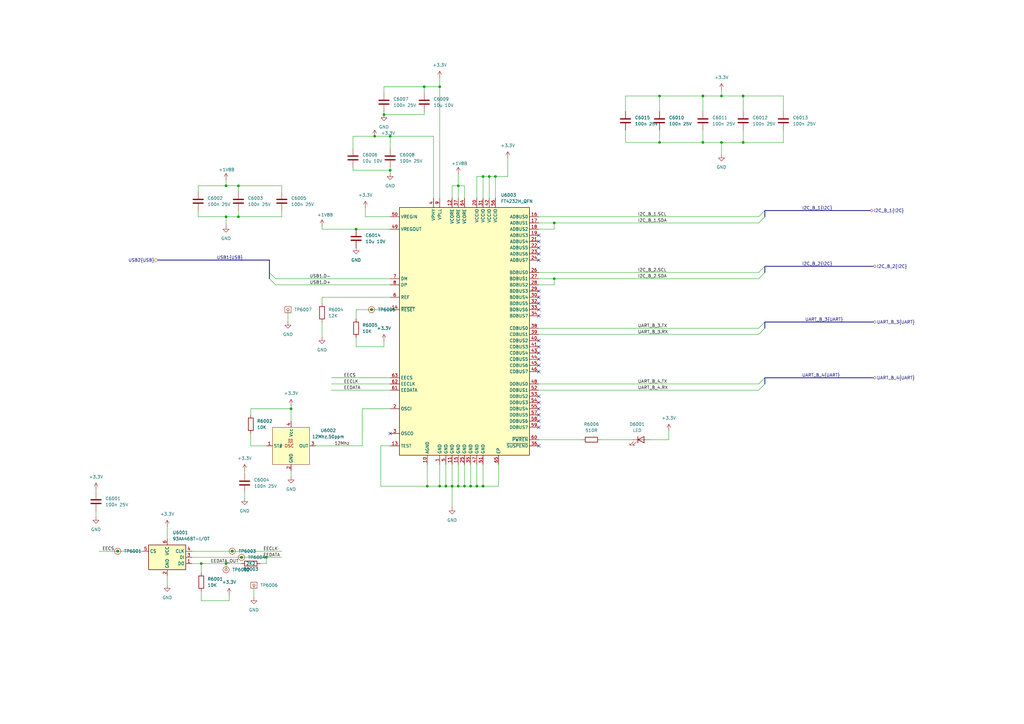
<source format=kicad_sch>
(kicad_sch (version 20231120) (generator "eeschema") (generator_version "8.0")
  (paper "A3")
  (lib_symbols
    (symbol "Device:LED" (pin_numbers hide) (pin_names (offset 1.016) hide)
      (property "Reference" "D" (at 0 2.54 0))
      (property "Value" "LED" (at 0 -2.54 0))
      (symbol "LED_0_1"
        (polyline (pts (xy -1.27 -1.27) (xy -1.27 1.27)) (stroke (width 0.254)))
        (polyline (pts (xy -1.27 0) (xy 1.27 0)))
        (polyline (pts (xy 1.27 -1.27) (xy 1.27 1.27) (xy -1.27 0) (xy 1.27 -1.27)) (stroke (width 0.254)))
        (polyline (pts (xy -3.048 -0.762) (xy -4.572 -2.286) (xy -3.81 -2.286) (xy -4.572 -2.286) (xy -4.572 -1.524)))
        (polyline (pts (xy -1.778 -0.762) (xy -3.302 -2.286) (xy -2.54 -2.286) (xy -3.302 -2.286) (xy -3.302 -1.524)))
      )
      (symbol "LED_1_1"
        (pin passive line (at -3.81 0 0) (length 2.54) (name "K") (number "1"))
        (pin passive line (at 3.81 0 180) (length 2.54) (name "A") (number "2"))
      )
    )
    (symbol "bt_capacitor:C;M;100n;10p;25V;S;0603" (pin_numbers hide) (pin_names (offset 0.254))
      (property "Reference" "C" (at 0.635 2.54 0))
      (property "Value" "100n 25V" (at 4.635 -2.54 0))
      (symbol "C;M;100n;10p;25V;S;0603_0_1"
        (polyline (pts (xy -2.032 -0.762) (xy 2.032 -0.762)) (stroke (width 0.508)))
        (polyline (pts (xy -2.032 0.762) (xy 2.032 0.762)) (stroke (width 0.508)))
      )
      (symbol "C;M;100n;10p;25V;S;0603_1_1"
        (pin passive line (at 0 3.81 270) (length 2.794) (name "~") (number "1"))
        (pin passive line (at 0 -3.81 90) (length 2.794) (name "~") (number "2"))
      )
    )
    (symbol "bt_capacitor:C;M;10u;10p;10V;S;0603" (pin_numbers hide) (pin_names (offset 0.254))
      (property "Reference" "C" (at 0.635 2.54 0))
      (property "Value" "10u 10V" (at 4.635 -2.54 0))
      (symbol "C;M;10u;10p;10V;S;0603_0_1"
        (polyline (pts (xy -2.032 -0.762) (xy 2.032 -0.762)) (stroke (width 0.508)))
        (polyline (pts (xy -2.032 0.762) (xy 2.032 0.762)) (stroke (width 0.508)))
      )
      (symbol "C;M;10u;10p;10V;S;0603_1_1"
        (pin passive line (at 0 3.81 270) (length 2.794) (name "~") (number "1"))
        (pin passive line (at 0 -3.81 90) (length 2.794) (name "~") (number "2"))
      )
    )
    (symbol "bt_communication:FT4232H_QFN"
      (property "Reference" "U" (at -26.67 53.34 0))
      (property "Value" "FT4232H_QFN" (at 19.05 53.34 0))
      (symbol "FT4232H_QFN_0_1"
        (rectangle (start -26.67 -49.53) (end 26.67 52.07) (stroke (width 0.254)) (fill (type background)))
      )
      (symbol "FT4232H_QFN_1_1"
        (pin power_in line (at -10.16 -53.34 90) (length 3.81) (name "GND") (number "1"))
        (pin power_in line (at -15.24 -53.34 90) (length 3.81) (name "AGND") (number "10"))
        (pin power_in line (at -5.08 -53.34 90) (length 3.81) (name "GND") (number "11"))
        (pin power_in line (at -5.08 55.88 270) (length 3.81) (name "VCORE") (number "12"))
        (pin input line (at -30.48 -45.72 0) (length 3.81) (name "TEST") (number "13"))
        (pin input line (at -30.48 10.16 0) (length 3.81) (name "~{RESET}") (number "14"))
        (pin power_in line (at -2.54 -53.34 90) (length 3.81) (name "GND") (number "15"))
        (pin bidirectional line (at 30.48 48.26 180) (length 3.81) (name "ADBUS0") (number "16"))
        (pin bidirectional line (at 30.48 45.72 180) (length 3.81) (name "ADBUS1") (number "17"))
        (pin bidirectional line (at 30.48 43.18 180) (length 3.81) (name "ADBUS2") (number "18"))
        (pin bidirectional line (at 30.48 40.64 180) (length 3.81) (name "ADBUS3") (number "19"))
        (pin input line (at -30.48 -30.48 0) (length 3.81) (name "OSCI") (number "2"))
        (pin power_in line (at 5.08 55.88 270) (length 3.81) (name "VCCIO") (number "20"))
        (pin bidirectional line (at 30.48 38.1 180) (length 3.81) (name "ADBUS4") (number "21"))
        (pin bidirectional line (at 30.48 35.56 180) (length 3.81) (name "ADBUS5") (number "22"))
        (pin bidirectional line (at 30.48 33.02 180) (length 3.81) (name "ADBUS6") (number "23"))
        (pin bidirectional line (at 30.48 30.48 180) (length 3.81) (name "ADBUS7") (number "24"))
        (pin power_in line (at 0 -53.34 90) (length 3.81) (name "GND") (number "25"))
        (pin bidirectional line (at 30.48 25.4 180) (length 3.81) (name "BDBUS0") (number "26"))
        (pin bidirectional line (at 30.48 22.86 180) (length 3.81) (name "BDBUS1") (number "27"))
        (pin bidirectional line (at 30.48 20.32 180) (length 3.81) (name "BDBUS2") (number "28"))
        (pin bidirectional line (at 30.48 17.78 180) (length 3.81) (name "BDBUS3") (number "29"))
        (pin output line (at -30.48 -40.64 0) (length 3.81) (name "OSCO") (number "3"))
        (pin bidirectional line (at 30.48 15.24 180) (length 3.81) (name "BDBUS4") (number "30"))
        (pin power_in line (at 7.62 55.88 270) (length 3.81) (name "VCCIO") (number "31"))
        (pin bidirectional line (at 30.48 12.7 180) (length 3.81) (name "BDBUS5") (number "32"))
        (pin bidirectional line (at 30.48 10.16 180) (length 3.81) (name "BDBUS6") (number "33"))
        (pin bidirectional line (at 30.48 7.62 180) (length 3.81) (name "BDBUS7") (number "34"))
        (pin power_in line (at 2.54 -53.34 90) (length 3.81) (name "GND") (number "35"))
        (pin output line (at 30.48 -45.72 180) (length 3.81) (name "~{SUSPEND}") (number "36"))
        (pin power_in line (at -2.54 55.88 270) (length 3.81) (name "VCORE") (number "37"))
        (pin bidirectional line (at 30.48 2.54 180) (length 3.81) (name "CDBUS0") (number "38"))
        (pin bidirectional line (at 30.48 0 180) (length 3.81) (name "CDBUS1") (number "39"))
        (pin power_in line (at -12.7 55.88 270) (length 3.81) (name "VPHY") (number "4"))
        (pin bidirectional line (at 30.48 -2.54 180) (length 3.81) (name "CDBUS2") (number "40"))
        (pin bidirectional line (at 30.48 -5.08 180) (length 3.81) (name "CDBUS3") (number "41"))
        (pin power_in line (at 10.16 55.88 270) (length 3.81) (name "VCCIO") (number "42"))
        (pin bidirectional line (at 30.48 -7.62 180) (length 3.81) (name "CDBUS4") (number "43"))
        (pin bidirectional line (at 30.48 -10.16 180) (length 3.81) (name "CDBUS5") (number "44"))
        (pin bidirectional line (at 30.48 -12.7 180) (length 3.81) (name "CDBUS6") (number "45"))
        (pin bidirectional line (at 30.48 -15.24 180) (length 3.81) (name "CDBUS7") (number "46"))
        (pin power_in line (at 5.08 -53.34 90) (length 3.81) (name "GND") (number "47"))
        (pin bidirectional line (at 30.48 -20.32 180) (length 3.81) (name "DDBUS0") (number "48"))
        (pin power_out line (at -30.48 43.18 0) (length 3.81) (name "VREGOUT") (number "49"))
        (pin power_in line (at -7.62 -53.34 90) (length 3.81) (name "GND") (number "5"))
        (pin power_in line (at -30.48 48.26 0) (length 3.81) (name "VREGIN") (number "50"))
        (pin power_in line (at 7.62 -53.34 90) (length 3.81) (name "GND") (number "51"))
        (pin bidirectional line (at 30.48 -22.86 180) (length 3.81) (name "DDBUS1") (number "52"))
        (pin bidirectional line (at 30.48 -25.4 180) (length 3.81) (name "DDBUS2") (number "53"))
        (pin bidirectional line (at 30.48 -27.94 180) (length 3.81) (name "DDBUS3") (number "54"))
        (pin bidirectional line (at 30.48 -30.48 180) (length 3.81) (name "DDBUS4") (number "55"))
        (pin power_in line (at 12.7 55.88 270) (length 3.81) (name "VCCIO") (number "56"))
        (pin bidirectional line (at 30.48 -33.02 180) (length 3.81) (name "DDBUS5") (number "57"))
        (pin bidirectional line (at 30.48 -35.56 180) (length 3.81) (name "DDBUS6") (number "58"))
        (pin bidirectional line (at 30.48 -38.1 180) (length 3.81) (name "DDBUS7") (number "59"))
        (pin input line (at -30.48 15.24 0) (length 3.81) (name "REF") (number "6"))
        (pin output line (at 30.48 -43.18 180) (length 3.81) (name "~{PWREN}") (number "60"))
        (pin bidirectional line (at -30.48 -22.86 0) (length 3.81) (name "EEDATA") (number "61"))
        (pin output line (at -30.48 -20.32 0) (length 3.81) (name "EECLK") (number "62"))
        (pin output line (at -30.48 -17.78 0) (length 3.81) (name "EECS") (number "63"))
        (pin power_in line (at 0 55.88 270) (length 3.81) (name "VCORE") (number "64"))
        (pin power_in line (at 13.97 -53.34 90) (length 3.81) (name "EP") (number "65"))
        (pin bidirectional line (at -30.48 22.86 0) (length 3.81) (name "DM") (number "7"))
        (pin bidirectional line (at -30.48 20.32 0) (length 3.81) (name "DP") (number "8"))
        (pin power_in line (at -10.16 55.88 270) (length 3.81) (name "VPLL") (number "9"))
      )
    )
    (symbol "bt_memory:93AA46BT-I/OT"
      (property "Reference" "U" (at -6.35 6.35 0))
      (property "Value" "93AA46BT-I/OT" (at 7.62 -6.35 0))
      (symbol "93AA46BT-I/OT_0_1"
        (rectangle (start -7.62 5.08) (end 7.62 -5.08) (stroke (width 0.254)) (fill (type background)))
      )
      (symbol "93AA46BT-I/OT_1_1"
        (pin tri_state line (at 10.16 -2.54 180) (length 2.54) (name "DO") (number "1"))
        (pin power_in line (at 0 -7.62 90) (length 2.54) (name "GND") (number "2"))
        (pin input line (at 10.16 0 180) (length 2.54) (name "DI") (number "3"))
        (pin input line (at 10.16 2.54 180) (length 2.54) (name "CLK") (number "4"))
        (pin input line (at -10.16 2.54 0) (length 2.54) (name "CS") (number "5"))
        (pin power_in line (at 0 7.62 270) (length 2.54) (name "VCC") (number "6"))
      )
    )
    (symbol "bt_misc:TestPoint_SQU" (pin_numbers hide) (pin_names (offset 0.762) hide)
      (property "Reference" "TP" (at 0 3.81 0))
      (symbol "TestPoint_SQU_0_1"
        (rectangle (start -1.27 1.27) (end 1.27 -1.27))
        (circle (center 0 0) (radius 0.508) (fill (type background)))
      )
      (symbol "TestPoint_SQU_1_1"
        (pin passive line (at 0 0 90) (length 0) (name "1") (number "1"))
      )
    )
    (symbol "bt_misc:TestPoint_THD" (pin_numbers hide) (pin_names (offset 0.762) hide)
      (property "Reference" "TP" (at 0 3.81 0))
      (symbol "TestPoint_THD_0_1"
        (circle (center 0 0) (radius 0.508) (fill (type background)))
        (circle (center 0 0) (radius 1.27))
      )
      (symbol "TestPoint_THD_1_1"
        (pin passive line (at 0 0 90) (length 0) (name "1") (number "1"))
      )
    )
    (symbol "bt_oscillator:OSC;12Mhz;50ppm;3v3;SG3225CAN"
      (property "Reference" "U" (at 0.762 1.27 0))
      (property "Value" "12Mhz,50ppm" (at 14.986 1.27 0))
      (symbol "OSC;12Mhz;50ppm;3v3;SG3225CAN_0_0"
        (pin input line (at -2.54 -7.62 0) (length 2.54) (name "ST#") (number "1"))
      )
      (symbol "OSC;12Mhz;50ppm;3v3;SG3225CAN_0_1"
        (polyline (pts (xy 6.35 -6.35) (xy 6.604 -6.35) (xy 6.604 -4.826) (xy 7.112 -4.826) (xy 7.112 -6.35) (xy 7.62 -6.35) (xy 7.62 -4.826) (xy 8.128 -4.826) (xy 8.128 -6.35) (xy 8.382 -6.35)))
        (rectangle (start 0 0) (end 15.24 -15.24) (fill (type background)))
      )
      (symbol "OSC;12Mhz;50ppm;3v3;SG3225CAN_1_0"
        (pin input line (at 7.62 -17.78 90) (length 2.54) (name "GND") (number "2"))
        (pin output line (at 17.78 -7.62 180) (length 2.54) (name "OUT") (number "3"))
        (pin power_in line (at 7.62 2.54 270) (length 2.54) (name "Vcc") (number "4"))
      )
      (symbol "OSC;12Mhz;50ppm;3v3;SG3225CAN_1_1"
        (text "OSC" (at 6.858 -7.62 0) (effects (font (size 1.27 1.27))))
      )
    )
    (symbol "bt_resistors:R;G;10K;10P0;S;0603" (pin_numbers hide) (pin_names (offset 0))
      (property "Reference" "R" (at 2.032 0 90))
      (property "Value" "10K" (at 0 0 90))
      (symbol "R;G;10K;10P0;S;0603_0_1"
        (rectangle (start -1.016 -2.54) (end 1.016 2.54) (stroke (width 0.254)))
      )
      (symbol "R;G;10K;10P0;S;0603_1_1"
        (pin passive line (at 0 3.81 270) (length 1.27) (name "~") (number "1"))
        (pin passive line (at 0 -3.81 90) (length 1.27) (name "~") (number "2"))
      )
    )
    (symbol "bt_resistors:R;G;12K;10P0;S;0603" (pin_numbers hide) (pin_names (offset 0))
      (property "Reference" "R" (at 2.032 0 90))
      (property "Value" "12K" (at 0 0 90))
      (symbol "R;G;12K;10P0;S;0603_0_1"
        (rectangle (start -1.016 -2.54) (end 1.016 2.54) (stroke (width 0.254)))
      )
      (symbol "R;G;12K;10P0;S;0603_1_1"
        (pin passive line (at 0 3.81 270) (length 1.27) (name "~") (number "1"))
        (pin passive line (at 0 -3.81 90) (length 1.27) (name "~") (number "2"))
      )
    )
    (symbol "bt_resistors:R;G;2K2;10P0;S;0603" (pin_numbers hide) (pin_names (offset 0))
      (property "Reference" "R" (at 2.032 0 90))
      (property "Value" "2K2" (at 0 0 90))
      (symbol "R;G;2K2;10P0;S;0603_0_1"
        (rectangle (start -1.016 -2.54) (end 1.016 2.54) (stroke (width 0.254)))
      )
      (symbol "R;G;2K2;10P0;S;0603_1_1"
        (pin passive line (at 0 3.81 270) (length 1.27) (name "~") (number "1"))
        (pin passive line (at 0 -3.81 90) (length 1.27) (name "~") (number "2"))
      )
    )
    (symbol "bt_resistors:R;G;510R;10P0;S;0603" (pin_numbers hide) (pin_names (offset 0))
      (property "Reference" "R" (at 2.032 0 90))
      (property "Value" "510R" (at 0 0 90))
      (symbol "R;G;510R;10P0;S;0603_0_1"
        (rectangle (start -1.016 -2.54) (end 1.016 2.54) (stroke (width 0.254)))
      )
      (symbol "R;G;510R;10P0;S;0603_1_1"
        (pin passive line (at 0 3.81 270) (length 1.27) (name "~") (number "1"))
        (pin passive line (at 0 -3.81 90) (length 1.27) (name "~") (number "2"))
      )
    )
    (symbol "power:+1V8" (power) (pin_numbers hide) (pin_names (offset 0) hide)
      (property "Value" "+1V8" (at 0 3.556 0))
      (symbol "+1V8_0_1"
        (polyline (pts (xy -0.762 1.27) (xy 0 2.54)))
        (polyline (pts (xy 0 0) (xy 0 2.54)))
        (polyline (pts (xy 0 2.54) (xy 0.762 1.27)))
      )
      (symbol "+1V8_1_1"
        (pin power_in line (at 0 0 90) (length 0) (name "~") (number "1"))
      )
    )
    (symbol "power:+3.3V" (power) (pin_numbers hide) (pin_names (offset 0) hide)
      (property "Value" "+3.3V" (at 0 3.556 0))
      (symbol "+3.3V_0_1"
        (polyline (pts (xy -0.762 1.27) (xy 0 2.54)))
        (polyline (pts (xy 0 0) (xy 0 2.54)))
        (polyline (pts (xy 0 2.54) (xy 0.762 1.27)))
      )
      (symbol "+3.3V_1_1"
        (pin power_in line (at 0 0 90) (length 0) (name "~") (number "1"))
      )
    )
    (symbol "power:GND" (power) (pin_numbers hide) (pin_names (offset 0) hide)
      (property "Value" "GND" (at 0 -3.81 0))
      (symbol "GND_0_1"
        (polyline (pts (xy 0 0) (xy 0 -1.27) (xy 1.27 -1.27) (xy 0 -2.54) (xy -1.27 -1.27) (xy 0 -1.27)))
      )
      (symbol "GND_1_1"
        (pin power_in line (at 0 0 270) (length 0) (name "~") (number "1"))
      )
    )
  )
  (junction (at 152.4 127))
  (junction (at 227.33 114.3))
  (junction (at 157.48 46.99))
  (junction (at 180.34 199.39))
  (junction (at 82.55 231.14))
  (junction (at 109.22 228.6))
  (junction (at 193.04 199.39))
  (junction (at 160.02 55.88))
  (junction (at 288.29 58.42))
  (junction (at 92.71 76.2))
  (junction (at 180.34 35.56))
  (junction (at 198.12 72.39))
  (junction (at 198.12 199.39))
  (junction (at 190.5 199.39))
  (junction (at 187.96 199.39))
  (junction (at 182.88 199.39))
  (junction (at 288.29 39.37))
  (junction (at 203.2 72.39))
  (junction (at 99.06 228.6))
  (junction (at 304.8 58.42))
  (junction (at 146.05 93.98))
  (junction (at 200.66 72.39))
  (junction (at 119.38 167.64))
  (junction (at 195.58 199.39))
  (junction (at 175.26 199.39))
  (junction (at 227.33 91.44))
  (junction (at 270.51 39.37))
  (junction (at 97.79 88.9))
  (junction (at 97.79 76.2))
  (junction (at 187.96 76.2))
  (junction (at 92.71 231.14))
  (junction (at 160.02 69.85))
  (junction (at 48.26 226.06))
  (junction (at 153.67 55.88))
  (junction (at 92.71 88.9))
  (junction (at 173.99 35.56))
  (junction (at 295.91 58.42))
  (junction (at 270.51 58.42))
  (junction (at 295.91 39.37))
  (junction (at 185.42 199.39))
  (junction (at 304.8 39.37))
  (junction (at 95.25 226.06))
  (no_connect (at 220.98 119.38))
  (no_connect (at 220.98 152.4))
  (no_connect (at 220.98 182.88))
  (no_connect (at 220.98 167.64))
  (no_connect (at 220.98 162.56))
  (no_connect (at 220.98 101.6))
  (no_connect (at 220.98 121.92))
  (no_connect (at 220.98 144.78))
  (no_connect (at 220.98 147.32))
  (no_connect (at 220.98 106.68))
  (no_connect (at 160.02 177.8))
  (no_connect (at 220.98 142.24))
  (no_connect (at 220.98 104.14))
  (no_connect (at 220.98 149.86))
  (no_connect (at 220.98 129.54))
  (no_connect (at 220.98 172.72))
  (no_connect (at 220.98 170.18))
  (no_connect (at 220.98 124.46))
  (no_connect (at 220.98 96.52))
  (no_connect (at 220.98 127))
  (no_connect (at 220.98 139.7))
  (no_connect (at 220.98 99.06))
  (no_connect (at 220.98 175.26))
  (no_connect (at 220.98 165.1))
  (bus_entry (at 313.69 154.94) (size -2.54 2.54))
  (bus_entry (at 313.69 86.36) (size -2.54 2.54))
  (bus_entry (at 313.69 109.22) (size -2.54 2.54))
  (bus_entry (at 313.69 111.76) (size -2.54 2.54))
  (bus_entry (at 110.49 111.76) (size 2.54 2.54))
  (bus_entry (at 110.49 114.3) (size 2.54 2.54))
  (bus_entry (at 313.69 88.9) (size -2.54 2.54))
  (bus_entry (at 313.69 157.48) (size -2.54 2.54))
  (bus_entry (at 313.69 134.62) (size -2.54 2.54))
  (bus_entry (at 313.69 132.08) (size -2.54 2.54))
  (wire (pts (xy 99.06 228.6) (xy 109.22 228.6)))
  (wire (pts (xy 48.26 226.06) (xy 58.42 226.06)))
  (wire (pts (xy 173.99 35.56) (xy 173.99 38.1)))
  (wire (pts (xy 195.58 72.39) (xy 198.12 72.39)))
  (wire (pts (xy 144.78 60.96) (xy 144.78 55.88)))
  (wire (pts (xy 153.67 55.88) (xy 160.02 55.88)))
  (wire (pts (xy 119.38 193.04) (xy 119.38 195.58)))
  (wire (pts (xy 132.08 93.98) (xy 132.08 92.71)))
  (wire (pts (xy 157.48 142.24) (xy 157.48 139.7)))
  (wire (pts (xy 321.31 39.37) (xy 321.31 45.72)))
  (wire (pts (xy 180.34 31.75) (xy 180.34 35.56)))
  (wire (pts (xy 190.5 190.5) (xy 190.5 199.39)))
  (wire (pts (xy 203.2 72.39) (xy 203.2 81.28)))
  (wire (pts (xy 173.99 45.72) (xy 173.99 46.99)))
  (wire (pts (xy 227.33 91.44) (xy 311.15 91.44)))
  (wire (pts (xy 208.28 64.77) (xy 208.28 72.39)))
  (wire (pts (xy 187.96 190.5) (xy 187.96 199.39)))
  (wire (pts (xy 92.71 73.66) (xy 92.71 76.2)))
  (wire (pts (xy 92.71 88.9) (xy 97.79 88.9)))
  (wire (pts (xy 256.54 53.34) (xy 256.54 58.42)))
  (wire (pts (xy 198.12 72.39) (xy 198.12 81.28)))
  (wire (pts (xy 109.22 182.88) (xy 102.87 182.88)))
  (wire (pts (xy 113.03 116.84) (xy 160.02 116.84)))
  (wire (pts (xy 187.96 76.2) (xy 185.42 76.2)))
  (wire (pts (xy 187.96 199.39) (xy 190.5 199.39)))
  (wire (pts (xy 185.42 199.39) (xy 187.96 199.39)))
  (wire (pts (xy 187.96 71.12) (xy 187.96 76.2)))
  (bus (pts (xy 313.69 134.62) (xy 313.69 132.08)))
  (wire (pts (xy 97.79 76.2) (xy 115.57 76.2)))
  (wire (pts (xy 177.8 81.28) (xy 177.8 55.88)))
  (wire (pts (xy 40.64 226.06) (xy 48.26 226.06)))
  (wire (pts (xy 203.2 72.39) (xy 208.28 72.39)))
  (wire (pts (xy 104.14 240.03) (xy 104.14 245.11)))
  (wire (pts (xy 198.12 72.39) (xy 200.66 72.39)))
  (wire (pts (xy 160.02 121.92) (xy 132.08 121.92)))
  (bus (pts (xy 313.69 109.22) (xy 358.14 109.22)))
  (wire (pts (xy 220.98 137.16) (xy 311.15 137.16)))
  (wire (pts (xy 321.31 58.42) (xy 304.8 58.42)))
  (wire (pts (xy 109.22 231.14) (xy 109.22 228.6)))
  (wire (pts (xy 227.33 93.98) (xy 227.33 91.44)))
  (wire (pts (xy 193.04 199.39) (xy 195.58 199.39)))
  (wire (pts (xy 274.32 180.34) (xy 266.7 180.34)))
  (wire (pts (xy 148.59 167.64) (xy 148.59 182.88)))
  (wire (pts (xy 97.79 76.2) (xy 97.79 78.74)))
  (wire (pts (xy 270.51 39.37) (xy 256.54 39.37)))
  (wire (pts (xy 295.91 36.83) (xy 295.91 39.37)))
  (wire (pts (xy 82.55 246.38) (xy 93.98 246.38)))
  (wire (pts (xy 198.12 199.39) (xy 198.12 190.5)))
  (wire (pts (xy 182.88 190.5) (xy 182.88 199.39)))
  (wire (pts (xy 92.71 231.14) (xy 92.71 233.68)))
  (wire (pts (xy 132.08 121.92) (xy 132.08 124.46)))
  (wire (pts (xy 135.89 154.94) (xy 160.02 154.94)))
  (wire (pts (xy 149.86 88.9) (xy 149.86 85.09)))
  (wire (pts (xy 146.05 142.24) (xy 157.48 142.24)))
  (wire (pts (xy 288.29 39.37) (xy 270.51 39.37)))
  (wire (pts (xy 92.71 88.9) (xy 92.71 92.71)))
  (wire (pts (xy 81.28 86.36) (xy 81.28 88.9)))
  (wire (pts (xy 220.98 134.62) (xy 311.15 134.62)))
  (wire (pts (xy 39.37 200.66) (xy 39.37 201.93)))
  (wire (pts (xy 175.26 190.5) (xy 175.26 199.39)))
  (wire (pts (xy 198.12 199.39) (xy 204.47 199.39)))
  (wire (pts (xy 106.68 231.14) (xy 109.22 231.14)))
  (wire (pts (xy 118.11 127) (xy 118.11 132.08)))
  (wire (pts (xy 39.37 209.55) (xy 39.37 212.09)))
  (wire (pts (xy 97.79 88.9) (xy 115.57 88.9)))
  (wire (pts (xy 160.02 55.88) (xy 177.8 55.88)))
  (wire (pts (xy 135.89 160.02) (xy 160.02 160.02)))
  (wire (pts (xy 146.05 127) (xy 146.05 130.81)))
  (wire (pts (xy 81.28 88.9) (xy 92.71 88.9)))
  (wire (pts (xy 185.42 199.39) (xy 185.42 208.28)))
  (wire (pts (xy 227.33 114.3) (xy 311.15 114.3)))
  (wire (pts (xy 144.78 55.88) (xy 153.67 55.88)))
  (bus (pts (xy 313.69 157.48) (xy 313.69 154.94)))
  (bus (pts (xy 313.69 86.36) (xy 356.87 86.36)))
  (wire (pts (xy 200.66 72.39) (xy 203.2 72.39)))
  (wire (pts (xy 270.51 58.42) (xy 270.51 53.34)))
  (wire (pts (xy 220.98 93.98) (xy 227.33 93.98)))
  (wire (pts (xy 274.32 176.53) (xy 274.32 180.34)))
  (wire (pts (xy 304.8 39.37) (xy 304.8 45.72)))
  (wire (pts (xy 238.76 180.34) (xy 220.98 180.34)))
  (wire (pts (xy 187.96 76.2) (xy 187.96 81.28)))
  (wire (pts (xy 173.99 35.56) (xy 180.34 35.56)))
  (wire (pts (xy 95.25 226.06) (xy 115.57 226.06)))
  (wire (pts (xy 160.02 88.9) (xy 149.86 88.9)))
  (wire (pts (xy 190.5 81.28) (xy 190.5 76.2)))
  (wire (pts (xy 304.8 39.37) (xy 321.31 39.37)))
  (wire (pts (xy 157.48 35.56) (xy 173.99 35.56)))
  (wire (pts (xy 220.98 157.48) (xy 311.15 157.48)))
  (wire (pts (xy 92.71 76.2) (xy 81.28 76.2)))
  (wire (pts (xy 100.33 193.04) (xy 100.33 194.31)))
  (wire (pts (xy 200.66 72.39) (xy 200.66 81.28)))
  (wire (pts (xy 68.58 215.9) (xy 68.58 220.98)))
  (wire (pts (xy 295.91 39.37) (xy 304.8 39.37)))
  (wire (pts (xy 144.78 69.85) (xy 144.78 68.58)))
  (wire (pts (xy 288.29 39.37) (xy 295.91 39.37)))
  (wire (pts (xy 146.05 93.98) (xy 132.08 93.98)))
  (wire (pts (xy 195.58 190.5) (xy 195.58 199.39)))
  (bus (pts (xy 313.69 88.9) (xy 313.69 86.36)))
  (bus (pts (xy 110.49 111.76) (xy 110.49 114.3)))
  (wire (pts (xy 157.48 46.99) (xy 157.48 45.72)))
  (wire (pts (xy 195.58 199.39) (xy 198.12 199.39)))
  (wire (pts (xy 115.57 76.2) (xy 115.57 78.74)))
  (wire (pts (xy 220.98 114.3) (xy 227.33 114.3)))
  (wire (pts (xy 160.02 93.98) (xy 146.05 93.98)))
  (wire (pts (xy 160.02 68.58) (xy 160.02 69.85)))
  (wire (pts (xy 220.98 88.9) (xy 311.15 88.9)))
  (wire (pts (xy 113.03 114.3) (xy 160.02 114.3)))
  (wire (pts (xy 156.21 199.39) (xy 156.21 182.88)))
  (wire (pts (xy 92.71 76.2) (xy 97.79 76.2)))
  (wire (pts (xy 102.87 167.64) (xy 119.38 167.64)))
  (wire (pts (xy 82.55 231.14) (xy 82.55 234.95)))
  (wire (pts (xy 129.54 182.88) (xy 148.59 182.88)))
  (wire (pts (xy 119.38 167.64) (xy 119.38 172.72)))
  (wire (pts (xy 175.26 199.39) (xy 180.34 199.39)))
  (wire (pts (xy 68.58 236.22) (xy 68.58 240.03)))
  (wire (pts (xy 115.57 88.9) (xy 115.57 86.36)))
  (bus (pts (xy 313.69 132.08) (xy 358.14 132.08)))
  (wire (pts (xy 182.88 199.39) (xy 185.42 199.39)))
  (wire (pts (xy 220.98 91.44) (xy 227.33 91.44)))
  (bus (pts (xy 313.69 154.94) (xy 358.14 154.94)))
  (wire (pts (xy 78.74 231.14) (xy 82.55 231.14)))
  (wire (pts (xy 321.31 53.34) (xy 321.31 58.42)))
  (wire (pts (xy 97.79 86.36) (xy 97.79 88.9)))
  (wire (pts (xy 92.71 231.14) (xy 99.06 231.14)))
  (wire (pts (xy 288.29 39.37) (xy 288.29 45.72)))
  (wire (pts (xy 152.4 127) (xy 146.05 127)))
  (wire (pts (xy 109.22 228.6) (xy 115.57 228.6)))
  (wire (pts (xy 93.98 246.38) (xy 93.98 243.84)))
  (wire (pts (xy 304.8 53.34) (xy 304.8 58.42)))
  (wire (pts (xy 193.04 190.5) (xy 193.04 199.39)))
  (wire (pts (xy 100.33 201.93) (xy 100.33 204.47)))
  (wire (pts (xy 190.5 199.39) (xy 193.04 199.39)))
  (wire (pts (xy 190.5 76.2) (xy 187.96 76.2)))
  (wire (pts (xy 146.05 138.43) (xy 146.05 142.24)))
  (wire (pts (xy 157.48 38.1) (xy 157.48 35.56)))
  (wire (pts (xy 82.55 231.14) (xy 92.71 231.14)))
  (bus (pts (xy 110.49 106.68) (xy 110.49 111.76)))
  (wire (pts (xy 82.55 242.57) (xy 82.55 246.38)))
  (wire (pts (xy 180.34 199.39) (xy 182.88 199.39)))
  (bus (pts (xy 313.69 111.76) (xy 313.69 109.22)))
  (wire (pts (xy 180.34 35.56) (xy 180.34 81.28)))
  (wire (pts (xy 78.74 226.06) (xy 95.25 226.06)))
  (wire (pts (xy 102.87 170.18) (xy 102.87 167.64)))
  (wire (pts (xy 256.54 39.37) (xy 256.54 45.72)))
  (wire (pts (xy 256.54 58.42) (xy 270.51 58.42)))
  (wire (pts (xy 288.29 58.42) (xy 295.91 58.42)))
  (wire (pts (xy 156.21 182.88) (xy 160.02 182.88)))
  (wire (pts (xy 175.26 199.39) (xy 156.21 199.39)))
  (wire (pts (xy 102.87 182.88) (xy 102.87 177.8)))
  (wire (pts (xy 220.98 111.76) (xy 311.15 111.76)))
  (wire (pts (xy 132.08 132.08) (xy 132.08 138.43)))
  (wire (pts (xy 220.98 160.02) (xy 311.15 160.02)))
  (wire (pts (xy 81.28 76.2) (xy 81.28 78.74)))
  (wire (pts (xy 185.42 76.2) (xy 185.42 81.28)))
  (wire (pts (xy 220.98 116.84) (xy 227.33 116.84)))
  (wire (pts (xy 259.08 180.34) (xy 246.38 180.34)))
  (wire (pts (xy 227.33 116.84) (xy 227.33 114.3)))
  (wire (pts (xy 288.29 53.34) (xy 288.29 58.42)))
  (wire (pts (xy 148.59 167.64) (xy 160.02 167.64)))
  (wire (pts (xy 157.48 46.99) (xy 173.99 46.99)))
  (wire (pts (xy 119.38 166.37) (xy 119.38 167.64)))
  (wire (pts (xy 288.29 58.42) (xy 270.51 58.42)))
  (wire (pts (xy 160.02 127) (xy 152.4 127)))
  (wire (pts (xy 160.02 55.88) (xy 160.02 60.96)))
  (wire (pts (xy 135.89 157.48) (xy 160.02 157.48)))
  (wire (pts (xy 78.74 228.6) (xy 99.06 228.6)))
  (wire (pts (xy 295.91 58.42) (xy 304.8 58.42)))
  (wire (pts (xy 295.91 58.42) (xy 295.91 63.5)))
  (wire (pts (xy 204.47 190.5) (xy 204.47 199.39)))
  (wire (pts (xy 270.51 45.72) (xy 270.51 39.37)))
  (wire (pts (xy 180.34 190.5) (xy 180.34 199.39)))
  (wire (pts (xy 185.42 190.5) (xy 185.42 199.39)))
  (wire (pts (xy 195.58 81.28) (xy 195.58 72.39)))
  (wire (pts (xy 160.02 69.85) (xy 160.02 71.12)))
  (wire (pts (xy 160.02 69.85) (xy 144.78 69.85)))
  (bus (pts (xy 64.77 106.68) (xy 110.49 106.68)))
  (label "USB1{USB}" (at 88.9 106.68 0))
  (label "USB1.D-" (at 127 114.3 0))
  (label "12Mhz" (at 137.16 182.88 0))
  (label "I2C_B_2.SDA" (at 261.62 114.3 0))
  (label "UART_B_3.RX" (at 261.62 137.16 0))
  (label "I2C_B_1.SCL" (at 261.62 88.9 0))
  (label "EEDATA" (at 107.95 228.6 0))
  (label "EEDATA_OUT" (at 86.36 231.14 0))
  (label "EECS" (at 41.91 226.06 0))
  (label "I2C_B_2{I2C}" (at 328.93 109.22 0))
  (label "USB1.D+" (at 127 116.84 0))
  (label "UART_B_4.RX" (at 261.62 160.02 0))
  (label "EEDATA" (at 140.97 160.02 0))
  (label "UART_B_3.TX" (at 261.62 134.62 0))
  (label "I2C_B_2.SCL" (at 261.62 111.76 0))
  (label "UART_B_4{UART}" (at 328.93 154.94 0))
  (label "EECS" (at 140.97 154.94 0))
  (label "UART_B_3{UART}" (at 330.2 132.08 0))
  (label "I2C_B_1.SDA" (at 261.62 91.44 0))
  (label "EECLK" (at 140.97 157.48 0))
  (label "I2C_B_1{I2C}" (at 328.93 86.36 0))
  (label "UART_B_4.TX" (at 261.62 157.48 0))
  (label "EECLK" (at 107.95 226.06 0))
  (hierarchical_label "I2C_B_2{I2C}" (shape bidirectional) (at 358.14 109.22 0))
  (hierarchical_label "USB2{USB}" (shape input) (at 64.77 106.68 180))
  (hierarchical_label "UART_B_4{UART}" (shape bidirectional) (at 358.14 154.94 0))
  (hierarchical_label "UART_B_3{UART}" (shape bidirectional) (at 358.14 132.08 0))
  (hierarchical_label "I2C_B_1{I2C}" (shape bidirectional) (at 356.87 86.36 0))
  (symbol (lib_id "power:GND") (at 295.91 63.5 0) (unit 1)
    (property "Reference" "#PWR06025" (effects (hide yes)))
    (property "Value" "GND" (at 295.91 68.58 0))
    (property "Description" "Power symbol creates a global label with name \"GND\" , ground" (effects (hide yes)))
  )
  (symbol (lib_id "power:+3.3V") (at 153.67 55.88 0) (unit 1)
    (property "Reference" "#PWR06015" (effects (hide yes)))
    (property "Value" "+3.3V" (at 156.21 54.6099 0) (effects (justify left)))
    (property "Description" "Power symbol creates a global label with name \"+3.3V\"" (effects (hide yes)))
  )
  (symbol (lib_id "bt_capacitor:C;M;100n;10p;25V;S;0603") (at 304.8 49.53 0) (unit 1)
    (property "Reference" "C6012" (at 308.61 48.2599 0) (effects (justify left)))
    (property "Value" "100n 25V" (at 308.61 50.7999 0) (effects (justify left)))
    (property "Footprint" "Capacitor_SMD:C_0603_1608Metric" (effects (hide yes)))
    (property "Description" "Capacitor" (effects (hide yes)))
    (property "MPN" "C;C;T1;S;P0603;NA" (effects (hide yes)))
    (property "CPN" "BT00008-090680" (effects (hide yes)))
  )
  (symbol (lib_id "power:+3.3V") (at 149.86 85.09 0) (unit 1)
    (property "Reference" "#PWR06014" (effects (hide yes)))
    (property "Value" "+3.3V" (at 149.86 80.01 0))
    (property "Description" "Power symbol creates a global label with name \"+3.3V\"" (effects (hide yes)))
  )
  (symbol (lib_id "power:+3.3V") (at 68.58 215.9 0) (unit 1)
    (property "Reference" "#PWR06003" (effects (hide yes)))
    (property "Value" "+3.3V" (at 68.58 210.82 0))
    (property "Description" "Power symbol creates a global label with name \"+3.3V\"" (effects (hide yes)))
  )
  (symbol (lib_id "power:+3.3V") (at 157.48 139.7 0) (unit 1)
    (property "Reference" "#PWR06017" (effects (hide yes)))
    (property "Value" "+3.3V" (at 157.48 134.62 0))
    (property "Description" "Power symbol creates a global label with name \"+3.3V\"" (effects (hide yes)))
  )
  (symbol (lib_id "bt_capacitor:C;M;100n;10p;25V;S;0603") (at 270.51 49.53 0) (unit 1)
    (property "Reference" "C6010" (at 274.32 48.2599 0) (effects (justify left)))
    (property "Value" "100n 25V" (at 274.32 50.7999 0) (effects (justify left)))
    (property "Footprint" "Capacitor_SMD:C_0603_1608Metric" (effects (hide yes)))
    (property "Description" "Capacitor" (effects (hide yes)))
    (property "MPN" "C;C;T1;S;P0603;NA" (effects (hide yes)))
    (property "CPN" "BT00008-090680" (effects (hide yes)))
  )
  (symbol (lib_id "bt_capacitor:C;M;100n;10p;25V;S;0603") (at 256.54 49.53 0) (unit 1)
    (property "Reference" "C6015" (at 260.35 48.2599 0) (effects (justify left)))
    (property "Value" "100n 25V" (at 260.35 50.7999 0) (effects (justify left)))
    (property "Footprint" "Capacitor_SMD:C_0603_1608Metric" (effects (hide yes)))
    (property "Description" "Capacitor" (effects (hide yes)))
    (property "MPN" "C;C;T1;S;P0603;NA" (effects (hide yes)))
    (property "CPN" "BT00008-090680" (effects (hide yes)))
  )
  (symbol (lib_id "bt_capacitor:C;M;100n;10p;25V;S;0603") (at 321.31 49.53 0) (unit 1)
    (property "Reference" "C6013" (at 325.12 48.2599 0) (effects (justify left)))
    (property "Value" "100n 25V" (at 325.12 50.7999 0) (effects (justify left)))
    (property "Footprint" "Capacitor_SMD:C_0603_1608Metric" (effects (hide yes)))
    (property "Description" "Capacitor" (effects (hide yes)))
    (property "MPN" "C;C;T1;S;P0603;NA" (effects (hide yes)))
    (property "CPN" "BT00008-090680" (effects (hide yes)))
  )
  (symbol (lib_id "power:GND") (at 185.42 208.28 0) (unit 1)
    (property "Reference" "#PWR06020" (effects (hide yes)))
    (property "Value" "GND" (at 185.42 213.36 0))
    (property "Description" "Power symbol creates a global label with name \"GND\" , ground" (effects (hide yes)))
  )
  (symbol (lib_id "bt_resistors:R;G;10K;10P0;S;0603") (at 146.05 134.62 0) (unit 1)
    (property "Reference" "R6005" (at 148.59 133.3499 0) (effects (justify left)))
    (property "Value" "10K" (at 148.59 135.8899 0) (effects (justify left)))
    (property "Footprint" "Resistor_SMD:R_0603_1608Metric" (effects (hide yes)))
    (property "Description" "Resistor" (effects (hide yes)))
    (property "MPN" "R;G;T1;S;P0603;NA" (effects (hide yes)))
    (property "CPN" "BT00002-30100" (effects (hide yes)))
  )
  (symbol (lib_id "power:+1V8") (at 92.71 73.66 0) (unit 1)
    (property "Reference" "#PWR06005" (effects (hide yes)))
    (property "Value" "+1V8B" (at 89.662 69.596 0) (effects (justify left)))
    (property "Description" "Power symbol creates a global label with name \"+1V8\"" (effects (hide yes)))
  )
  (symbol (lib_id "bt_capacitor:C;M;100n;10p;25V;S;0603") (at 157.48 41.91 0) (unit 1)
    (property "Reference" "C6007" (at 161.29 40.6399 0) (effects (justify left)))
    (property "Value" "100n 25V" (at 161.29 43.1799 0) (effects (justify left)))
    (property "Footprint" "Capacitor_SMD:C_0603_1608Metric" (effects (hide yes)))
    (property "Description" "Capacitor" (effects (hide yes)))
    (property "MPN" "C;C;T1;S;P0603;NA" (effects (hide yes)))
    (property "CPN" "BT00008-090680" (effects (hide yes)))
  )
  (symbol (lib_id "bt_capacitor:C;M;100n;10p;25V;S;0603") (at 39.37 205.74 0) (unit 1)
    (property "Reference" "C6001" (at 43.18 204.4699 0) (effects (justify left)))
    (property "Value" "100n 25V" (at 43.18 207.0099 0) (effects (justify left)))
    (property "Footprint" "Capacitor_SMD:C_0603_1608Metric" (effects (hide yes)))
    (property "Description" "Capacitor" (effects (hide yes)))
    (property "MPN" "C;C;T1;S;P0603;NA" (effects (hide yes)))
    (property "CPN" "BT00008-090680" (effects (hide yes)))
  )
  (symbol (lib_id "power:+1V8") (at 132.08 92.71 0) (unit 1)
    (property "Reference" "#PWR06012" (effects (hide yes)))
    (property "Value" "+1V8B" (at 130.048 88.138 0) (effects (justify left)))
    (property "Description" "Power symbol creates a global label with name \"+1V8\"" (effects (hide yes)))
  )
  (symbol (lib_id "power:GND") (at 119.38 195.58 0) (unit 1)
    (property "Reference" "#PWR06011" (effects (hide yes)))
    (property "Value" "GND" (at 119.38 200.66 0))
    (property "Description" "Power symbol creates a global label with name \"GND\" , ground" (effects (hide yes)))
  )
  (symbol (lib_id "power:+3.3V") (at 119.38 166.37 0) (unit 1)
    (property "Reference" "#PWR06010" (effects (hide yes)))
    (property "Value" "+3.3V" (at 119.38 161.29 0))
    (property "Description" "Power symbol creates a global label with name \"+3.3V\"" (effects (hide yes)))
  )
  (symbol (lib_id "Device:LED") (at 262.89 180.34 0) (unit 1)
    (property "Reference" "D6001" (at 261.3025 173.99 0))
    (property "Value" "LED" (at 261.3025 176.53 0))
    (property "Footprint" "LED_SMD:LED_0603_1608Metric" (effects (hide yes)))
    (property "Description" "Light emitting diode" (effects (hide yes)))
  )
  (symbol (lib_id "power:+3.3V") (at 208.28 64.77 0) (unit 1)
    (property "Reference" "#PWR06022" (effects (hide yes)))
    (property "Value" "+3.3V" (at 208.28 59.69 0))
    (property "Description" "Power symbol creates a global label with name \"+3.3V\"" (effects (hide yes)))
  )
  (symbol (lib_id "bt_misc:TestPoint_THD") (at 95.25 226.06 0) (unit 1)
    (property "Reference" "TP6003" (at 97.79 226.0599 0) (effects (justify left)))
    (property "Value" "TestPoint" (effects (hide yes)))
    (property "Footprint" "TestPoint:TestPoint_THTPad_D1.0mm_Drill0.5mm" (effects (hide yes)))
    (property "Description" "test point" (effects (hide yes)))
  )
  (symbol (lib_id "bt_communication:FT4232H_QFN") (at 190.5 137.16 0) (unit 1)
    (property "Reference" "U6003" (at 205.3941 80.01 0) (effects (justify left)))
    (property "Value" "FT4232H_QFN" (at 205.3941 82.55 0) (effects (justify left)))
    (property "Footprint" "Package_DFN_QFN:QFN-64-1EP_9x9mm_P0.5mm_EP4.35x4.35mm" (effects (hide yes)))
    (property "Datasheet" "https://www.ftdichip.com/Support/Documents/DataSheets/ICs/DS_FT4232H.pdf" (effects (hide yes)))
    (property "Description" "Hi Speed Quad Channel USB UART/FIFO, QFN-64" (effects (hide yes)))
    (property "CPN" "BT02003-00002" (effects (hide yes)))
    (property "MPN" "FT4232HP" (effects (hide yes)))
  )
  (symbol (lib_id "power:GND") (at 160.02 71.12 0) (unit 1)
    (property "Reference" "#PWR06018" (effects (hide yes)))
    (property "Value" "GND" (at 160.02 76.2 0))
    (property "Description" "Power symbol creates a global label with name \"GND\" , ground" (effects (hide yes)))
  )
  (symbol (lib_id "power:GND") (at 92.71 92.71 0) (unit 1)
    (property "Reference" "#PWR06006" (effects (hide yes)))
    (property "Value" "GND" (at 92.71 97.79 0))
    (property "Description" "Power symbol creates a global label with name \"GND\" , ground" (effects (hide yes)))
  )
  (symbol (lib_id "bt_capacitor:C;M;100n;10p;25V;S;0603") (at 115.57 82.55 0) (unit 1)
    (property "Reference" "C6005" (at 119.38 81.2799 0) (effects (justify left)))
    (property "Value" "100n 25V" (at 119.38 83.8199 0) (effects (justify left)))
    (property "Footprint" "Capacitor_SMD:C_0603_1608Metric" (effects (hide yes)))
    (property "Description" "Capacitor" (effects (hide yes)))
    (property "MPN" "C;C;T1;S;P0603;NA" (effects (hide yes)))
    (property "CPN" "BT00008-090680" (effects (hide yes)))
  )
  (symbol (lib_id "power:GND") (at 100.33 204.47 0) (unit 1)
    (property "Reference" "#PWR06009" (effects (hide yes)))
    (property "Value" "GND" (at 100.33 209.55 0))
    (property "Description" "Power symbol creates a global label with name \"GND\" , ground" (effects (hide yes)))
  )
  (symbol (lib_id "bt_capacitor:C;M;100n;10p;25V;S;0603") (at 160.02 64.77 0) (unit 1)
    (property "Reference" "C6008" (at 163.83 63.4999 0) (effects (justify left)))
    (property "Value" "100n 25V" (at 163.83 66.0399 0) (effects (justify left)))
    (property "Footprint" "Capacitor_SMD:C_0603_1608Metric" (effects (hide yes)))
    (property "Description" "Capacitor" (effects (hide yes)))
    (property "MPN" "C;C;T1;S;P0603;NA" (effects (hide yes)))
    (property "CPN" "BT00008-090680" (effects (hide yes)))
  )
  (symbol (lib_id "power:GND") (at 157.48 46.99 0) (unit 1)
    (property "Reference" "#PWR06016" (effects (hide yes)))
    (property "Value" "GND" (at 157.48 52.07 0))
    (property "Description" "Power symbol creates a global label with name \"GND\" , ground" (effects (hide yes)))
  )
  (symbol (lib_id "bt_capacitor:C;M;100n;10p;25V;S;0603") (at 288.29 49.53 0) (unit 1)
    (property "Reference" "C6011" (at 292.1 48.2599 0) (effects (justify left)))
    (property "Value" "100n 25V" (at 292.1 50.7999 0) (effects (justify left)))
    (property "Footprint" "Capacitor_SMD:C_0603_1608Metric" (effects (hide yes)))
    (property "Description" "Capacitor" (effects (hide yes)))
    (property "MPN" "C;C;T1;S;P0603;NA" (effects (hide yes)))
    (property "CPN" "BT00008-090680" (effects (hide yes)))
  )
  (symbol (lib_id "bt_capacitor:C;M;10u;10p;10V;S;0603") (at 173.99 41.91 0) (unit 1)
    (property "Reference" "C6009" (at 177.8 40.6399 0) (effects (justify left)))
    (property "Value" "10u 10V" (at 177.8 43.1799 0) (effects (justify left)))
    (property "Footprint" "Capacitor_SMD:C_0603_1608Metric" (effects (hide yes)))
    (property "Description" "Capacitor" (effects (hide yes)))
    (property "MPN" "C;C;T1;S;P0603;NA" (effects (hide yes)))
    (property "CPN" "BT00010-060100" (effects (hide yes)))
  )
  (symbol (lib_id "bt_misc:TestPoint_THD") (at 48.26 226.06 0) (unit 1)
    (property "Reference" "TP6001" (at 50.8 226.0599 0) (effects (justify left)))
    (property "Value" "TestPoint" (effects (hide yes)))
    (property "Footprint" "TestPoint:TestPoint_THTPad_D1.0mm_Drill0.5mm" (effects (hide yes)))
    (property "Description" "test point" (effects (hide yes)))
  )
  (symbol (lib_id "bt_memory:93AA46BT-I/OT") (at 68.58 228.6 0) (unit 1)
    (property "Reference" "U6001" (at 70.7741 218.44 0) (effects (justify left)))
    (property "Value" "93AA46BT-I/OT" (at 70.7741 220.98 0) (effects (justify left)))
    (property "Footprint" "Package_TO_SOT_SMD:SOT-23-6" (effects (hide yes)))
    (property "Datasheet" "http://ww1.microchip.com/downloads/en/DeviceDoc/20001749K.pdf" (effects (hide yes)))
    (property "Description" "Serial EEPROM, 93 Series, 1.8V, SOT-23-6" (effects (hide yes)))
    (property "CPN" "BT07001-00001" (effects (hide yes)))
    (property "MPN" "93AA46BT-I/OT" (effects (hide yes)))
  )
  (symbol (lib_id "bt_capacitor:C;M;10u;10p;10V;S;0603") (at 146.05 97.79 0) (unit 1)
    (property "Reference" "C6014" (at 149.86 96.5199 0) (effects (justify left)))
    (property "Value" "10u 10V" (at 149.86 99.0599 0) (effects (justify left)))
    (property "Footprint" "Capacitor_SMD:C_0603_1608Metric" (effects (hide yes)))
    (property "Description" "Capacitor" (effects (hide yes)))
    (property "MPN" "C;C;T1;S;P0603;NA" (effects (hide yes)))
    (property "CPN" "BT00010-060100" (effects (hide yes)))
  )
  (symbol (lib_id "bt_resistors:R;G;10K;10P0;S;0603") (at 82.55 238.76 0) (unit 1)
    (property "Reference" "R6001" (at 85.09 237.4899 0) (effects (justify left)))
    (property "Value" "10K" (at 85.09 240.0299 0) (effects (justify left)))
    (property "Footprint" "Resistor_SMD:R_0603_1608Metric" (effects (hide yes)))
    (property "Description" "Resistor" (effects (hide yes)))
    (property "MPN" "R;G;T1;S;P0603;NA" (effects (hide yes)))
    (property "CPN" "BT00002-30100" (effects (hide yes)))
  )
  (symbol (lib_id "bt_oscillator:OSC;12Mhz;50ppm;3v3;SG3225CAN") (at 111.76 175.26 0) (unit 1)
    (property "Reference" "U6002" (at 134.62 176.5614 0))
    (property "Value" "12Mhz,50ppm" (at 134.62 179.1014 0))
    (property "Footprint" "Oscillator:Oscillator_SMD_SeikoEpson_SG8002CE-4Pin_3.2x2.5mm" (effects (hide yes)))
    (property "Description" "3V3 oscillator 12Mhz 50ppm" (effects (hide yes)))
    (property "MPN" "SG3225CAN 12.0000M-TJGA6" (effects (hide yes)))
    (property "CPN" "BT05001-12601" (effects (hide yes)))
  )
  (symbol (lib_id "power:GND") (at 39.37 212.09 0) (unit 1)
    (property "Reference" "#PWR06002" (effects (hide yes)))
    (property "Value" "GND" (at 39.37 217.17 0))
    (property "Description" "Power symbol creates a global label with name \"GND\" , ground" (effects (hide yes)))
  )
  (symbol (lib_id "bt_misc:TestPoint_THD") (at 99.06 228.6 0) (unit 1)
    (property "Reference" "TP6004" (at 101.6 228.5999 0) (effects (justify left)))
    (property "Value" "TestPoint" (effects (hide yes)))
    (property "Footprint" "TestPoint:TestPoint_THTPad_D1.0mm_Drill0.5mm" (effects (hide yes)))
    (property "Description" "test point" (effects (hide yes)))
  )
  (symbol (lib_id "power:+3.3V") (at 93.98 243.84 0) (unit 1)
    (property "Reference" "#PWR06007" (effects (hide yes)))
    (property "Value" "+3.3V" (at 93.98 238.76 0))
    (property "Description" "Power symbol creates a global label with name \"+3.3V\"" (effects (hide yes)))
  )
  (symbol (lib_id "bt_misc:TestPoint_THD") (at 152.4 127 0) (unit 1)
    (property "Reference" "TP6005" (at 154.94 126.9999 0) (effects (justify left)))
    (property "Value" "TestPoint" (effects (hide yes)))
    (property "Footprint" "TestPoint:TestPoint_THTPad_D1.0mm_Drill0.5mm" (effects (hide yes)))
    (property "Description" "test point" (effects (hide yes)))
  )
  (symbol (lib_id "bt_misc:TestPoint_THD") (at 92.71 233.68 0) (unit 1)
    (property "Reference" "TP6002" (at 95.25 233.6799 0) (effects (justify left)))
    (property "Value" "TestPoint" (effects (hide yes)))
    (property "Footprint" "TestPoint:TestPoint_THTPad_D1.0mm_Drill0.5mm" (effects (hide yes)))
    (property "Description" "test point" (effects (hide yes)))
  )
  (symbol (lib_id "power:+3.3V") (at 39.37 200.66 0) (unit 1)
    (property "Reference" "#PWR06001" (effects (hide yes)))
    (property "Value" "+3.3V" (at 39.37 195.58 0))
    (property "Description" "Power symbol creates a global label with name \"+3.3V\"" (effects (hide yes)))
  )
  (symbol (lib_id "power:GND") (at 118.11 132.08 0) (unit 1)
    (property "Reference" "#PWR06028" (effects (hide yes)))
    (property "Value" "GND" (at 118.11 137.16 0))
    (property "Description" "Power symbol creates a global label with name \"GND\" , ground" (effects (hide yes)))
  )
  (symbol (lib_id "power:GND") (at 104.14 245.11 0) (unit 1)
    (property "Reference" "#PWR06027" (effects (hide yes)))
    (property "Value" "GND" (at 104.14 250.19 0))
    (property "Description" "Power symbol creates a global label with name \"GND\" , ground" (effects (hide yes)))
  )
  (symbol (lib_id "bt_resistors:R;G;10K;10P0;S;0603") (at 102.87 173.99 0) (unit 1)
    (property "Reference" "R6002" (at 105.41 172.7199 0) (effects (justify left)))
    (property "Value" "10K" (at 105.41 175.2599 0) (effects (justify left)))
    (property "Footprint" "Resistor_SMD:R_0603_1608Metric" (effects (hide yes)))
    (property "Description" "Resistor" (effects (hide yes)))
    (property "MPN" "R;G;T1;S;P0603;NA" (effects (hide yes)))
    (property "CPN" "BT00002-30100" (effects (hide yes)))
  )
  (symbol (lib_id "power:+3.3V") (at 274.32 176.53 0) (unit 1)
    (property "Reference" "#PWR06023" (effects (hide yes)))
    (property "Value" "+3.3V" (at 274.32 171.45 0))
    (property "Description" "Power symbol creates a global label with name \"+3.3V\"" (effects (hide yes)))
  )
  (symbol (lib_id "bt_capacitor:C;M;100n;10p;25V;S;0603") (at 100.33 198.12 0) (unit 1)
    (property "Reference" "C6004" (at 104.14 196.8499 0) (effects (justify left)))
    (property "Value" "100n 25V" (at 104.14 199.3899 0) (effects (justify left)))
    (property "Footprint" "Capacitor_SMD:C_0603_1608Metric" (effects (hide yes)))
    (property "Description" "Capacitor" (effects (hide yes)))
    (property "MPN" "C;C;T1;S;P0603;NA" (effects (hide yes)))
    (property "CPN" "BT00008-090680" (effects (hide yes)))
  )
  (symbol (lib_id "power:+3.3V") (at 295.91 36.83 0) (unit 1)
    (property "Reference" "#PWR06024" (effects (hide yes)))
    (property "Value" "+3.3V" (at 295.91 31.75 0))
    (property "Description" "Power symbol creates a global label with name \"+3.3V\"" (effects (hide yes)))
  )
  (symbol (lib_id "bt_capacitor:C;M;100n;10p;25V;S;0603") (at 81.28 82.55 0) (unit 1)
    (property "Reference" "C6002" (at 85.09 81.2799 0) (effects (justify left)))
    (property "Value" "100n 25V" (at 85.09 83.8199 0) (effects (justify left)))
    (property "Footprint" "Capacitor_SMD:C_0603_1608Metric" (effects (hide yes)))
    (property "Description" "Capacitor" (effects (hide yes)))
    (property "MPN" "C;C;T1;S;P0603;NA" (effects (hide yes)))
    (property "CPN" "BT00008-090680" (effects (hide yes)))
  )
  (symbol (lib_id "bt_capacitor:C;M;10u;10p;10V;S;0603") (at 144.78 64.77 0) (unit 1)
    (property "Reference" "C6006" (at 148.59 63.4999 0) (effects (justify left)))
    (property "Value" "10u 10V" (at 148.59 66.0399 0) (effects (justify left)))
    (property "Footprint" "Capacitor_SMD:C_0603_1608Metric" (effects (hide yes)))
    (property "Description" "Capacitor" (effects (hide yes)))
    (property "MPN" "C;C;T1;S;P0603;NA" (effects (hide yes)))
    (property "CPN" "BT00010-060100" (effects (hide yes)))
  )
  (symbol (lib_id "power:GND") (at 132.08 138.43 0) (unit 1)
    (property "Reference" "#PWR06013" (effects (hide yes)))
    (property "Value" "GND" (at 132.08 143.51 0))
    (property "Description" "Power symbol creates a global label with name \"GND\" , ground" (effects (hide yes)))
  )
  (symbol (lib_id "bt_misc:TestPoint_SQU") (at 118.11 127 0) (unit 1)
    (property "Reference" "TP6007" (at 120.65 126.9999 0) (effects (justify left)))
    (property "Value" "TestPoint" (effects (hide yes)))
    (property "Footprint" "TestPoint:TestPoint_THTPad_1.0x1.0mm_Drill0.5mm" (effects (hide yes)))
    (property "Description" "test point" (effects (hide yes)))
  )
  (symbol (lib_id "bt_resistors:R;G;12K;10P0;S;0603") (at 132.08 128.27 0) (unit 1)
    (property "Reference" "R6004" (at 134.62 126.9999 0) (effects (justify left)))
    (property "Value" "12K" (at 134.62 129.5399 0) (effects (justify left)))
    (property "Footprint" "Resistor_SMD:R_0603_1608Metric" (effects (hide yes)))
    (property "Description" "Resistor" (effects (hide yes)))
    (property "MPN" "R;G;T1;S;P0603;NA" (effects (hide yes)))
    (property "CPN" "BT00002-30120" (effects (hide yes)))
  )
  (symbol (lib_id "bt_resistors:R;G;2K2;10P0;S;0603") (at 102.87 231.14 90) (unit 1)
    (property "Reference" "R6003" (at 102.87 233.426 90))
    (property "Value" "2K2" (at 102.87 231.14 90))
    (property "Footprint" "Resistor_SMD:R_0603_1608Metric" (effects (hide yes)))
    (property "Description" "Resistor" (effects (hide yes)))
    (property "MPN" "R;G;T1;S;P0603;NA" (effects (hide yes)))
    (property "CPN" "BT00002-30022" (effects (hide yes)))
  )
  (symbol (lib_id "power:GND") (at 146.05 101.6 0) (unit 1)
    (property "Reference" "#PWR06026" (effects (hide yes)))
    (property "Value" "GND" (at 146.05 106.68 0))
    (property "Description" "Power symbol creates a global label with name \"GND\" , ground" (effects (hide yes)))
  )
  (symbol (lib_id "bt_capacitor:C;M;100n;10p;25V;S;0603") (at 97.79 82.55 0) (unit 1)
    (property "Reference" "C6003" (at 101.6 81.2799 0) (effects (justify left)))
    (property "Value" "100n 25V" (at 101.6 83.8199 0) (effects (justify left)))
    (property "Footprint" "Capacitor_SMD:C_0603_1608Metric" (effects (hide yes)))
    (property "Description" "Capacitor" (effects (hide yes)))
    (property "MPN" "C;C;T1;S;P0603;NA" (effects (hide yes)))
    (property "CPN" "BT00008-090680" (effects (hide yes)))
  )
  (symbol (lib_id "bt_resistors:R;G;510R;10P0;S;0603") (at 242.57 180.34 90) (unit 1)
    (property "Reference" "R6006" (at 242.57 173.99 90))
    (property "Value" "510R" (at 242.57 176.53 90))
    (property "Footprint" "Resistor_SMD:R_0603_1608Metric" (effects (hide yes)))
    (property "Description" "Resistor" (effects (hide yes)))
    (property "MPN" "R;G;T1;S;P0603;NA" (effects (hide yes)))
    (property "CPN" "BT00002-05100" (effects (hide yes)))
  )
  (symbol (lib_id "power:+3.3V") (at 100.33 193.04 0) (unit 1)
    (property "Reference" "#PWR06008" (effects (hide yes)))
    (property "Value" "+3.3V" (at 100.33 187.96 0))
    (property "Description" "Power symbol creates a global label with name \"+3.3V\"" (effects (hide yes)))
  )
  (symbol (lib_id "power:+3.3V") (at 180.34 31.75 0) (unit 1)
    (property "Reference" "#PWR06019" (effects (hide yes)))
    (property "Value" "+3.3V" (at 180.34 26.67 0))
    (property "Description" "Power symbol creates a global label with name \"+3.3V\"" (effects (hide yes)))
  )
  (symbol (lib_id "power:+1V8") (at 187.96 71.12 0) (unit 1)
    (property "Reference" "#PWR06021" (effects (hide yes)))
    (property "Value" "+1V8B" (at 185.166 67.056 0) (effects (justify left)))
    (property "Description" "Power symbol creates a global label with name \"+1V8\"" (effects (hide yes)))
  )
  (symbol (lib_id "bt_misc:TestPoint_SQU") (at 104.14 240.03 0) (unit 1)
    (property "Reference" "TP6006" (at 106.68 240.0299 0) (effects (justify left)))
    (property "Value" "TestPoint" (effects (hide yes)))
    (property "Footprint" "TestPoint:TestPoint_THTPad_1.0x1.0mm_Drill0.5mm" (effects (hide yes)))
    (property "Description" "test point" (effects (hide yes)))
  )
  (symbol (lib_id "power:GND") (at 68.58 240.03 0) (unit 1)
    (property "Reference" "#PWR06004" (effects (hide yes)))
    (property "Value" "GND" (at 68.58 245.11 0))
    (property "Description" "Power symbol creates a global label with name \"GND\" , ground" (effects (hide yes)))
  )
)
</source>
